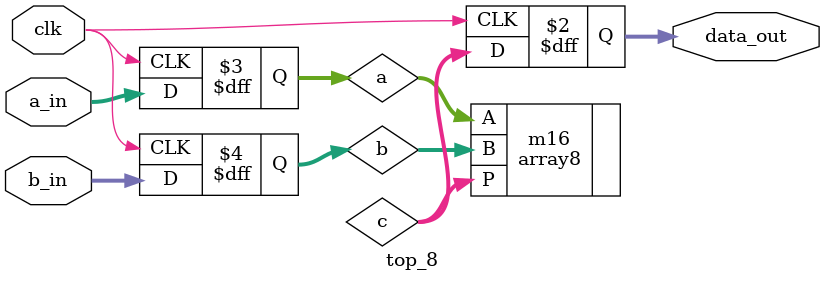
<source format=v>
module top_8(
  input clk,
  input [7:0] a_in,
  input [7:0] b_in,
  output [15:0] data_out
);

reg [7:0] a, b;
wire [15:0] c;
reg [15:0] data_out;

array8 m16(.A(a), .B(b), .P(c));

always @(posedge clk) begin
  a <= a_in;
  b <= b_in;
  data_out <= c;
end
endmodule

</source>
